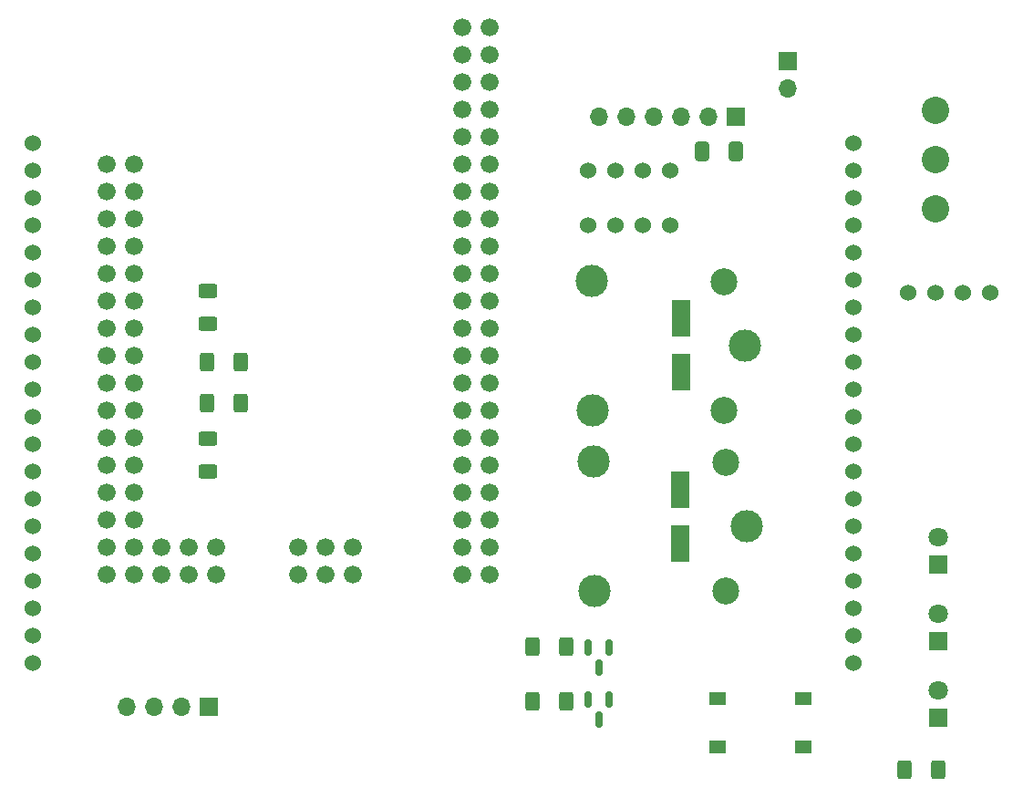
<source format=gbr>
%TF.GenerationSoftware,KiCad,Pcbnew,(6.0.0)*%
%TF.CreationDate,2022-04-01T08:55:31-04:00*%
%TF.ProjectId,Thermostat_Mega,54686572-6d6f-4737-9461-745f4d656761,rev?*%
%TF.SameCoordinates,Original*%
%TF.FileFunction,Soldermask,Top*%
%TF.FilePolarity,Negative*%
%FSLAX46Y46*%
G04 Gerber Fmt 4.6, Leading zero omitted, Abs format (unit mm)*
G04 Created by KiCad (PCBNEW (6.0.0)) date 2022-04-01 08:55:31*
%MOMM*%
%LPD*%
G01*
G04 APERTURE LIST*
G04 Aperture macros list*
%AMRoundRect*
0 Rectangle with rounded corners*
0 $1 Rounding radius*
0 $2 $3 $4 $5 $6 $7 $8 $9 X,Y pos of 4 corners*
0 Add a 4 corners polygon primitive as box body*
4,1,4,$2,$3,$4,$5,$6,$7,$8,$9,$2,$3,0*
0 Add four circle primitives for the rounded corners*
1,1,$1+$1,$2,$3*
1,1,$1+$1,$4,$5*
1,1,$1+$1,$6,$7*
1,1,$1+$1,$8,$9*
0 Add four rect primitives between the rounded corners*
20,1,$1+$1,$2,$3,$4,$5,0*
20,1,$1+$1,$4,$5,$6,$7,0*
20,1,$1+$1,$6,$7,$8,$9,0*
20,1,$1+$1,$8,$9,$2,$3,0*%
G04 Aperture macros list end*
%ADD10R,1.800000X3.500000*%
%ADD11C,2.500000*%
%ADD12C,3.000000*%
%ADD13C,1.524000*%
%ADD14RoundRect,0.250000X-0.625000X0.400000X-0.625000X-0.400000X0.625000X-0.400000X0.625000X0.400000X0*%
%ADD15C,2.540000*%
%ADD16R,1.800000X1.800000*%
%ADD17C,1.800000*%
%ADD18RoundRect,0.150000X-0.150000X0.587500X-0.150000X-0.587500X0.150000X-0.587500X0.150000X0.587500X0*%
%ADD19RoundRect,0.250000X0.400000X0.625000X-0.400000X0.625000X-0.400000X-0.625000X0.400000X-0.625000X0*%
%ADD20R,1.550000X1.300000*%
%ADD21RoundRect,0.250000X0.412500X0.650000X-0.412500X0.650000X-0.412500X-0.650000X0.412500X-0.650000X0*%
%ADD22R,1.700000X1.700000*%
%ADD23O,1.700000X1.700000*%
%ADD24RoundRect,0.250000X-0.400000X-0.625000X0.400000X-0.625000X0.400000X0.625000X-0.400000X0.625000X0*%
%ADD25RoundRect,0.250000X0.625000X-0.400000X0.625000X0.400000X-0.625000X0.400000X-0.625000X-0.400000X0*%
%ADD26C,1.676400*%
G04 APERTURE END LIST*
D10*
%TO.C,D1*%
X154178000Y-58126000D03*
X154178000Y-53126000D03*
%TD*%
D11*
%TO.C,K1*%
X158188000Y-49676000D03*
D12*
X145938000Y-49626000D03*
X145988000Y-61676000D03*
D11*
X158188000Y-61676000D03*
D12*
X160138000Y-55626000D03*
%TD*%
%TO.C,K2*%
X160274000Y-72390000D03*
D11*
X158324000Y-78440000D03*
D12*
X146124000Y-78440000D03*
X146074000Y-66390000D03*
D11*
X158324000Y-66440000D03*
%TD*%
D13*
%TO.C,J2*%
X170180000Y-36830000D03*
X170180000Y-39370000D03*
X170180000Y-41910000D03*
X170180000Y-44450000D03*
X170180000Y-46990000D03*
X170180000Y-49530000D03*
X170180000Y-52070000D03*
X170180000Y-54610000D03*
X170180000Y-57150000D03*
X170180000Y-59690000D03*
X170180000Y-62230000D03*
X170180000Y-64770000D03*
X170180000Y-67310000D03*
X170180000Y-69850000D03*
X170180000Y-72390000D03*
X170180000Y-74930000D03*
X170180000Y-77470000D03*
X170180000Y-80010000D03*
X170180000Y-82550000D03*
X170180000Y-85090000D03*
X93980000Y-85090000D03*
X93980000Y-82550000D03*
X93980000Y-80010000D03*
X93980000Y-77470000D03*
X93980000Y-74930000D03*
X93980000Y-72390000D03*
X93980000Y-69850000D03*
X93980000Y-67310000D03*
X93980000Y-64770000D03*
X93980000Y-62230000D03*
X93980000Y-59690000D03*
X93980000Y-57150000D03*
X93980000Y-54610000D03*
X93980000Y-52070000D03*
X93980000Y-49530000D03*
X93980000Y-46990000D03*
X93980000Y-44450000D03*
X93980000Y-41910000D03*
X93980000Y-39370000D03*
X93980000Y-36830000D03*
%TD*%
D14*
%TO.C,R2*%
X110236000Y-64236000D03*
X110236000Y-67336000D03*
%TD*%
D15*
%TO.C,SW1*%
X177800000Y-42926000D03*
X177800000Y-38354000D03*
X177800000Y-33782000D03*
%TD*%
D16*
%TO.C,D3*%
X178054000Y-90170000D03*
D17*
X178054000Y-87630000D03*
%TD*%
D16*
%TO.C,D4*%
X178054000Y-75946000D03*
D17*
X178054000Y-73406000D03*
%TD*%
D18*
%TO.C,Q1*%
X147508000Y-88470500D03*
X145608000Y-88470500D03*
X146558000Y-90345500D03*
%TD*%
D19*
%TO.C,R4*%
X113310000Y-57150000D03*
X110210000Y-57150000D03*
%TD*%
D20*
%TO.C,SW2*%
X165519000Y-92928000D03*
X157569000Y-92928000D03*
X157569000Y-88428000D03*
X165519000Y-88428000D03*
%TD*%
D13*
%TO.C,J1*%
X145542000Y-44450000D03*
X145542000Y-39370000D03*
X148082000Y-39370000D03*
X148082000Y-44450000D03*
X150622000Y-39370000D03*
X150622000Y-44450000D03*
X153162000Y-39370000D03*
X153162000Y-44450000D03*
%TD*%
D21*
%TO.C,C1*%
X159296500Y-37592000D03*
X156171500Y-37592000D03*
%TD*%
D16*
%TO.C,D2*%
X178054000Y-83058000D03*
D17*
X178054000Y-80518000D03*
%TD*%
D18*
%TO.C,Q2*%
X147508000Y-83644500D03*
X145608000Y-83644500D03*
X146558000Y-85519500D03*
%TD*%
D19*
%TO.C,R1*%
X113310000Y-60960000D03*
X110210000Y-60960000D03*
%TD*%
%TO.C,R7*%
X143536000Y-88646000D03*
X140436000Y-88646000D03*
%TD*%
D22*
%TO.C,JP1: Jump to power Arduino from Serial Port*%
X164084000Y-29205000D03*
D23*
X164084000Y-31745000D03*
%TD*%
D24*
%TO.C,R3*%
X174980000Y-94996000D03*
X178080000Y-94996000D03*
%TD*%
D10*
%TO.C,D5*%
X154152600Y-74026400D03*
X154152600Y-69026400D03*
%TD*%
D13*
%TO.C,U1*%
X180372000Y-50768000D03*
X177832000Y-50768000D03*
X175292000Y-50768000D03*
X182912000Y-50768000D03*
%TD*%
D22*
%TO.C,<-- Serial Port*%
X159258000Y-34372000D03*
D23*
X156718000Y-34372000D03*
X154178000Y-34372000D03*
X151638000Y-34372000D03*
X149098000Y-34372000D03*
X146558000Y-34372000D03*
%TD*%
D25*
%TO.C,R5*%
X110236000Y-53620000D03*
X110236000Y-50520000D03*
%TD*%
D19*
%TO.C,R6*%
X143536000Y-83566000D03*
X140436000Y-83566000D03*
%TD*%
D26*
%TO.C,U3*%
X136398000Y-33728000D03*
X133858000Y-33728000D03*
X136398000Y-31188000D03*
X133858000Y-31188000D03*
X118618000Y-76908000D03*
X100838000Y-38808000D03*
X103378000Y-38808000D03*
X100838000Y-41348000D03*
X103378000Y-41348000D03*
X100838000Y-43888000D03*
X103378000Y-43888000D03*
X100838000Y-46428000D03*
X103378000Y-46428000D03*
X100838000Y-48968000D03*
X103378000Y-48968000D03*
X100838000Y-51508000D03*
X103378000Y-51508000D03*
X100838000Y-54048000D03*
X103378000Y-54048000D03*
X100838000Y-56588000D03*
X103378000Y-56588000D03*
X133858000Y-36268000D03*
X133858000Y-41348000D03*
X136398000Y-41348000D03*
X133858000Y-43888000D03*
X136398000Y-43888000D03*
X133858000Y-46428000D03*
X136398000Y-46428000D03*
X133858000Y-48968000D03*
X136398000Y-48968000D03*
X133858000Y-51508000D03*
X136398000Y-51508000D03*
X133858000Y-54048000D03*
X136398000Y-54048000D03*
X133858000Y-56588000D03*
X136398000Y-56588000D03*
X133858000Y-59128000D03*
X136398000Y-59128000D03*
X133858000Y-61668000D03*
X136398000Y-61668000D03*
X133858000Y-64208000D03*
X136398000Y-64208000D03*
X133858000Y-66748000D03*
X136398000Y-66748000D03*
X133858000Y-69288000D03*
X136398000Y-69288000D03*
X133858000Y-71828000D03*
X136398000Y-71828000D03*
X133858000Y-74368000D03*
X136398000Y-74368000D03*
X133858000Y-76908000D03*
X136398000Y-76908000D03*
X100838000Y-59128000D03*
X103378000Y-59128000D03*
X100838000Y-61668000D03*
X103378000Y-61668000D03*
X100838000Y-64208000D03*
X103378000Y-64208000D03*
X100838000Y-66748000D03*
X103378000Y-66748000D03*
X100838000Y-69288000D03*
X103378000Y-69288000D03*
X100838000Y-71828000D03*
X103378000Y-71828000D03*
X100838000Y-74368000D03*
X103378000Y-74368000D03*
X100838000Y-76908000D03*
X103378000Y-76908000D03*
X105918000Y-76908000D03*
X105918000Y-74368000D03*
X108458000Y-76908000D03*
X108458000Y-74368000D03*
X110998000Y-76908000D03*
X110998000Y-74368000D03*
X136398000Y-28648000D03*
X133858000Y-28648000D03*
X123698000Y-76908000D03*
X118618000Y-74368000D03*
X121158000Y-76908000D03*
X123698000Y-74368000D03*
X136398000Y-36268000D03*
X133858000Y-38808000D03*
X121158000Y-74368000D03*
X136398000Y-38808000D03*
X136398000Y-26108000D03*
X133858000Y-26108000D03*
%TD*%
D22*
%TO.C,U4*%
X110352200Y-89199000D03*
D23*
X107812200Y-89199000D03*
X105272200Y-89199000D03*
X102732200Y-89199000D03*
%TD*%
M02*

</source>
